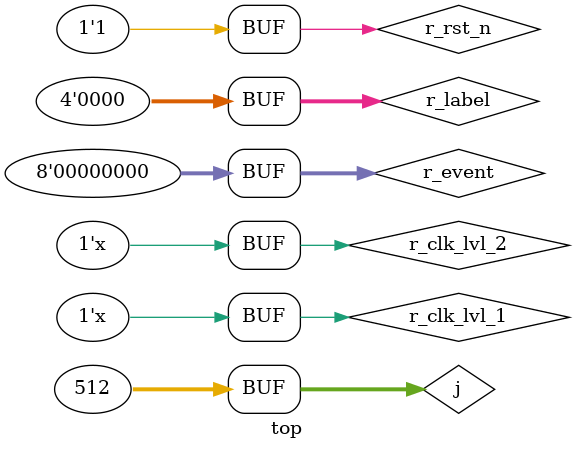
<source format=v>
/* verilator lint_off EOFNEWLINE */
/* verilator lint_off EOFNEWLINE */
/* verilator lint_off EOFNEWLINE */
module top();
parameter  p_lvl_1_dt = 15;
parameter  p_lvl_2_dt = 7;
parameter  p_width = 9;
parameter  p_clk_lvl_2 = 20000;//5625;         //32KHz clk
parameter  p_clk_lvl_1 = 15625/2; //64KHZ clk
parameter  p_dt = 16*p_clk_lvl_1;      //16*p_clk_lvl_1;
parameter  p_wait = 900*p_clk_lvl_1;
parameter  p_spl = 2*p_clk_lvl_1;
parameter  p_dlt = p_dt-p_spl;
parameter  p_latency_l2 = 5*p_clk_lvl_2;
parameter  p_delay = 132*p_clk_lvl_1;

integer     i,j;
genvar      n;
reg         r_rst_n;
reg         r_clk_lvl_1;
reg         r_clk_lvl_2;
reg  [8:1]  r_event;
reg  [4:1]  r_label;
wire [4:1]  w_spikeout_l2;
wire        w_endof_epochs;


always #p_clk_lvl_1  r_clk_lvl_1 <= ~r_clk_lvl_1;
always #p_clk_lvl_2  r_clk_lvl_2 <= ~r_clk_lvl_2;
///  input stimuli
initial
begin
		r_clk_lvl_1 = 0;
		r_clk_lvl_2 = 0;
		r_rst_n = 0;
		r_event = 8'h0;
		r_label = 4'b0000;
#10     r_rst_n = 1;
#p_delay;
#p_delay;

for(j = 0; j<= 511; j = j+1)
  begin
	///  pattern /
		   r_event = 8'h01;
	#p_spl r_event = 8'h00;
	#p_dlt r_event = 8'h02;
	#p_spl r_event = 8'h00;
	#p_dlt r_event = 8'h04;
	#p_spl r_event = 8'h00;
	#p_dlt r_event = 8'h08;
	#p_spl r_event = 8'h00;
	#p_dlt r_event = 8'h10;
	#p_spl r_event = 8'h00;
	#p_dlt r_event = 8'h20;
	#p_spl r_event = 8'h00;
	#p_dlt r_event = 8'h40;
	#p_spl r_event = 8'h00;
	#p_dlt r_event = 8'h80;
		 //  r_label = 4'b0001;
	#p_spl r_event = 8'h00;
	//#p_spl r_label = 4'b0000;

	#p_delay;

	#(10*p_clk_lvl_1);
	#p_dlt r_event = 8'h01;
	#p_spl r_event = 8'h00;
	#p_dlt r_event = 8'h02;
	#p_spl r_event = 8'h00;
	#p_dlt r_event = 8'h04;
	#p_spl r_event = 8'h00;
	#p_dlt r_event = 8'h08;
	#p_spl r_event = 8'h00;
	#p_dlt r_event = 8'h10;
	#p_spl r_event = 8'h00;
	#p_dlt r_event = 8'h20;
	#p_spl r_event = 8'h00;
	#p_dlt r_event = 8'h40;
	#p_spl r_event = 8'h00;
	#p_dlt r_event = 8'h80;
		   r_label = 4'b0001;
	#p_spl r_event = 8'h00;
	#p_spl r_label = 4'b0000;

	#p_wait;

//for(j = 0; j<= 127; j = j+1)
//  begin
	/*  pattern \\  */
		   r_event = 8'h80;
	#p_spl r_event = 8'h00;
	#p_dlt r_event = 8'h40;
	#p_spl r_event = 8'h00;
	#p_dlt r_event = 8'h20;
	#p_spl r_event = 8'h00;
	#p_dlt r_event = 8'h10;
	#p_spl r_event = 8'h00;
	#p_dlt r_event = 8'h08;
	#p_spl r_event = 8'h00;
	#p_dlt r_event = 8'h04;
	#p_spl r_event = 8'h00;
	#p_dlt r_event = 8'h02;
	#p_spl r_event = 8'h00;
	#p_dlt r_event = 8'h01;
	    //   r_label = 4'b0010;
	#p_spl r_event = 8'h00;
	//#p_spl r_label = 4'b0000;

    #p_delay;

	#(10*p_clk_lvl_1);
	#p_dlt r_event = 8'h80;
	#p_spl r_event = 8'h00;
	#p_dlt r_event = 8'h40;
	#p_spl r_event = 8'h00;
	#p_dlt r_event = 8'h20;
	#p_spl r_event = 8'h00;
	#p_dlt r_event = 8'h10;
	#p_spl r_event = 8'h00;
	#p_dlt r_event = 8'h08;
	#p_spl r_event = 8'h00;
	#p_dlt r_event = 8'h04;
	#p_spl r_event = 8'h00;
	#p_dlt r_event = 8'h02;
	#p_spl r_event = 8'h00;
	#p_dlt r_event = 8'h01;
	       r_label = 4'b0010;
	#p_spl r_event = 8'h00;
	#p_spl r_label = 4'b0000;

    #p_wait;

// for(j = 0; j<= 63; j = j+1)
//  begin
	/*  pattern /\  */
		   r_event = 8'h01;
	#p_spl r_event = 8'h00;
	#p_dlt r_event = 8'h02;
	#p_spl r_event = 8'h00;
	#p_dlt r_event = 8'h04;
	#p_spl r_event = 8'h00;
	#p_dlt r_event = 8'h08;
	#p_spl r_event = 8'h00;
	#p_dlt r_event = 8'h10;
	#p_spl r_event = 8'h00;
	#p_dlt r_event = 8'h20;
	#p_spl r_event = 8'h00;
	#p_dlt r_event = 8'h40;
	#p_spl r_event = 8'h00;
	#p_dlt r_event = 8'h80;
		//   r_label = 4'b0100;
	#p_spl r_event = 8'h00;
	//#p_spl r_label = 4'b0000;

    #p_delay;

	#(10*p_clk_lvl_1);
	#p_dlt r_event = 8'h80;
	#p_spl r_event = 8'h00;
	#p_dlt r_event = 8'h40;
	#p_spl r_event = 8'h00;
	#p_dlt r_event = 8'h20;
	#p_spl r_event = 8'h00;
	#p_dlt r_event = 8'h10;
	#p_spl r_event = 8'h00;
	#p_dlt r_event = 8'h08;
	#p_spl r_event = 8'h00;
	#p_dlt r_event = 8'h04;
	#p_spl r_event = 8'h00;
	#p_dlt r_event = 8'h02;
	#p_spl r_event = 8'h00;
	#p_dlt r_event = 8'h01;
		   r_label = 4'b0100;
	#p_spl r_event = 8'h00;
	#p_spl r_label = 4'b0000;

	#p_wait;

// for(j = 0; j<= 127; j = j+1)
//  begin
	/*  pattern \\  */
		   r_event = 8'h80;
	#p_spl r_event = 8'h00;
	#p_dlt r_event = 8'h40;
	#p_spl r_event = 8'h00;
	#p_dlt r_event = 8'h20;
	#p_spl r_event = 8'h00;
	#p_dlt r_event = 8'h10;
	#p_spl r_event = 8'h00;
	#p_dlt r_event = 8'h08;
	#p_spl r_event = 8'h00;
	#p_dlt r_event = 8'h04;
	#p_spl r_event = 8'h00;
	#p_dlt r_event = 8'h02;
	#p_spl r_event = 8'h00;
	#p_dlt r_event = 8'h01;
	  //     r_label = 4'b1000;
	#p_spl r_event = 8'h00;
	  //#p_spl r_label = 4'b0000;

    #p_delay;

	#(10*p_clk_lvl_1);
		   r_event = 8'h01;
	#p_spl r_event = 8'h00;
	#p_dlt r_event = 8'h02;
	#p_spl r_event = 8'h00;
	#p_dlt r_event = 8'h04;
	#p_spl r_event = 8'h00;
	#p_dlt r_event = 8'h08;
	#p_spl r_event = 8'h00;
	#p_dlt r_event = 8'h10;
	#p_spl r_event = 8'h00;
	#p_dlt r_event = 8'h20;
	#p_spl r_event = 8'h00;
	#p_dlt r_event = 8'h40;
	#p_spl r_event = 8'h00;
	#p_dlt r_event = 8'h80;
		   r_label = 4'b1000;
	#p_spl r_event = 8'h00;
	#p_spl r_label = 4'b0000;
    #p_wait;
    #p_wait;
end
end // end event stimuli

ODESA
#(.p_width(9)) uut
(
.i_clk_l1(r_clk_lvl_1),
.i_clk_l2(r_clk_lvl_2),
.i_rst_n(r_rst_n),
.i_event(r_event),
.i_label(r_label),
.o_endof_epochs(w_endof_epochs),
.o_spike_out(w_spikeout_l2)
);

endmodule

</source>
